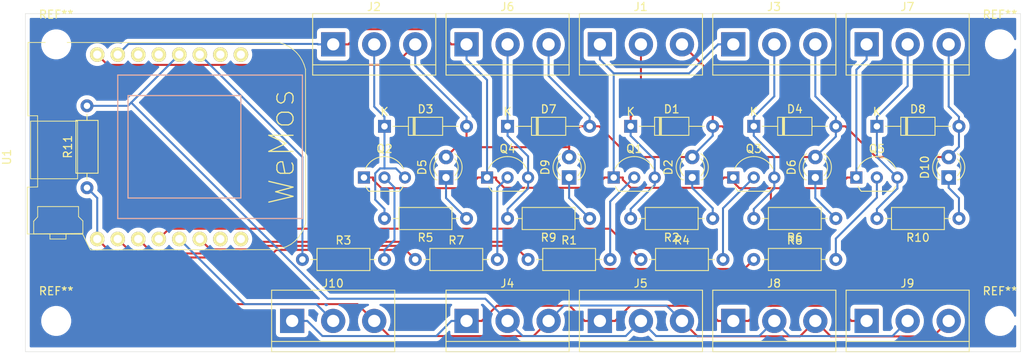
<source format=kicad_pcb>
(kicad_pcb (version 20171130) (host pcbnew "(5.1.2)-2")
  (title_block (title esp8266v1))
  (layers (0 F.Cu signal) (31 B.Cu signal hide) (34 B.Paste user hide) (35 F.Paste user hide) (36 B.SilkS user hide) (37 F.SilkS user) (38 B.Mask user hide) (39 F.Mask user hide) (44 Edge.Cuts user hide))
  (net 0 "")
  (net 1 +5V)
  (net 2 "Net-(D1-Pad1)")
  (net 3 "Net-(D2-Pad1)")
  (net 4 "Net-(D3-Pad1)")
  (net 5 "Net-(D4-Pad1)")
  (net 6 "Net-(D5-Pad1)")
  (net 7 "Net-(D6-Pad1)")
  (net 8 "Net-(D7-Pad1)")
  (net 9 "Net-(D8-Pad1)")
  (net 10 "Net-(D9-Pad1)")
  (net 11 "Net-(D10-Pad1)")
  (net 12 GND)
  (net 13 +3V3)
  (net 14 /inD2ds18b20)
  (net 15 "Net-(Q1-Pad2)")
  (net 16 "Net-(Q2-Pad2)")
  (net 17 "Net-(Q3-Pad2)")
  (net 18 "Net-(Q4-Pad2)")
  (net 19 "Net-(Q5-Pad2)")
  (net 20 /outD8timr1)
  (net 21 /outD1temp1)
  (net 22 /outD7timr2)
  (net 23 /outD0temp2)
  (net 24 /outD6timr3)
  (net 25 "Net-(U1-Pad9)")
  (net 26 "Net-(U1-Pad10)")
  (net 27 /inD5dht)
  (net 28 "Net-(U1-Pad3)")
  (net 29 "Net-(U1-Pad4)")
  (net 30 "Net-(U1-Pad7)")
  (net 31 "Net-(U1-Pad8)")
  (module Wemos_D1_Mini:D1_mini_board (layer F.Cu) (at 111.76 53.34 270)
    (fp_text reference U1 (at 1.27 18.81 90) (layer F.SilkS))
    (fp_text value WeMos_mini)
    (fp_text user WeMos (at 0 -15.24 90) (layer F.SilkS) (effects (font (size 3 3))))
    (pad 9 thru_hole circle (at 11.43 -10.16 270) (size 1.8 1.8) (drill 1.016) (layers *.Cu *.Mask F.SilkS) (net 25 "Net-(U1-Pad9)"))
    (pad 10 thru_hole circle (at 11.43 -7.62 270) (size 1.8 1.8) (drill 1.016) (layers *.Cu *.Mask F.SilkS) (net 26 "Net-(U1-Pad10)"))
    (pad 11 thru_hole circle (at 11.43 -5.08 270) (size 1.8 1.8) (drill 1.016) (layers *.Cu *.Mask F.SilkS) (net 23 /outD0temp2))
    (pad 12 thru_hole circle (at 11.43 -2.54 270) (size 1.8 1.8) (drill 1.016) (layers *.Cu *.Mask F.SilkS) (net 27 /inD5dht))
    (pad 13 thru_hole circle (at 11.43 0 270) (size 1.8 1.8) (drill 1.016) (layers *.Cu *.Mask F.SilkS) (net 24 /outD6timr3))
    (pad 14 thru_hole circle (at 11.43 2.54 270) (size 1.8 1.8) (drill 1.016) (layers *.Cu *.Mask F.SilkS) (net 22 /outD7timr2))
    (pad 15 thru_hole circle (at 11.43 5.08 270) (size 1.8 1.8) (drill 1.016) (layers *.Cu *.Mask F.SilkS) (net 20 /outD8timr1))
    (pad 16 thru_hole circle (at 11.43 7.62 270) (size 1.8 1.8) (drill 1.016) (layers *.Cu *.Mask F.SilkS) (net 13 +3V3))
    (pad 1 thru_hole circle (at -11.43 7.62 270) (size 1.8 1.8) (drill 1.016) (layers *.Cu *.Mask F.SilkS) (net 1 +5V))
    (pad 2 thru_hole circle (at -11.43 5.08 270) (size 1.8 1.8) (drill 1.016) (layers *.Cu *.Mask F.SilkS) (net 12 GND))
    (pad 3 thru_hole circle (at -11.43 2.54 270) (size 1.8 1.8) (drill 1.016) (layers *.Cu *.Mask F.SilkS) (net 28 "Net-(U1-Pad3)"))
    (pad 4 thru_hole circle (at -11.43 0 270) (size 1.8 1.8) (drill 1.016) (layers *.Cu *.Mask F.SilkS) (net 29 "Net-(U1-Pad4)"))
    (pad 5 thru_hole circle (at -11.43 -2.54 270) (size 1.8 1.8) (drill 1.016) (layers *.Cu *.Mask F.SilkS) (net 14 /inD2ds18b20))
    (pad 6 thru_hole circle (at -11.43 -5.08 270) (size 1.8 1.8) (drill 1.016) (layers *.Cu *.Mask F.SilkS) (net 21 /outD1temp1))
    (pad 7 thru_hole circle (at -11.43 -7.62 270) (size 1.8 1.8) (drill 1.016) (layers *.Cu *.Mask F.SilkS) (net 30 "Net-(U1-Pad7)"))
    (pad 8 thru_hole circle (at -11.43 -10.16 270) (size 1.8 1.8) (drill 1.016) (layers *.Cu *.Mask F.SilkS) (net 31 "Net-(U1-Pad8)"))
  )
  (module MountingHole:MountingHole_2.7mm (layer F.Cu) (at 99.06 74.93)
    (fp_text reference REF** (at 0 -3.7) (layer F.SilkS))
    (fp_text value MountingHole_2.7mm)
    (pad 1 np_thru_hole circle (at 0 0) (size 2.7 2.7) (drill 2.7) (layers *.Cu *.Mask))
  )
  (module MountingHole:MountingHole_2.7mm (layer F.Cu) (at 215.9 74.93)
    (fp_text reference REF** (at 0 -3.7) (layer F.SilkS))
    (fp_text value MountingHole_2.7mm)
    (pad 1 np_thru_hole circle (at 0 0) (size 2.7 2.7) (drill 2.7) (layers *.Cu *.Mask))
  )
  (module MountingHole:MountingHole_2.7mm (layer F.Cu) (at 215.9 40.64)
    (fp_text reference REF** (at 0 -3.7) (layer F.SilkS))
    (fp_text value MountingHole_2.7mm)
    (pad 1 np_thru_hole circle (at 0 0) (size 2.7 2.7) (drill 2.7) (layers *.Cu *.Mask))
  )
  (module MountingHole:MountingHole_2.7mm (layer F.Cu) (at 99.06 40.64)
    (fp_text reference REF** (at 0 -3.7) (layer F.SilkS))
    (fp_text value MountingHole_2.7mm)
    (pad 1 np_thru_hole circle (at 0 0) (size 2.7 2.7) (drill 2.7) (layers *.Cu *.Mask))
  )
  (module Package_TO_SOT_THT:TO-92L_Inline_Wide (layer F.Cu) (at 198.12 57.15)
    (fp_text reference Q5 (at 2.54 -3.56) (layer F.SilkS))
    (fp_text value 2N2219)
    (pad 1 thru_hole rect (at 0 0 90) (size 1.5 1.5) (drill 0.8) (layers *.Cu *.Mask) (net 12 GND))
    (pad 3 thru_hole circle (at 5.08 0 90) (size 1.5 1.5) (drill 0.8) (layers *.Cu *.Mask) (net 9 "Net-(D8-Pad1)"))
    (pad 2 thru_hole circle (at 2.54 0 90) (size 1.5 1.5) (drill 0.8) (layers *.Cu *.Mask) (net 19 "Net-(Q5-Pad2)"))
  )
  (module Package_TO_SOT_THT:TO-92L_Inline_Wide (layer F.Cu) (at 152.4 57.15)
    (fp_text reference Q4 (at 2.54 -3.56) (layer F.SilkS))
    (fp_text value 2N2219)
    (pad 1 thru_hole rect (at 0 0 90) (size 1.5 1.5) (drill 0.8) (layers *.Cu *.Mask) (net 12 GND))
    (pad 3 thru_hole circle (at 5.08 0 90) (size 1.5 1.5) (drill 0.8) (layers *.Cu *.Mask) (net 8 "Net-(D7-Pad1)"))
    (pad 2 thru_hole circle (at 2.54 0 90) (size 1.5 1.5) (drill 0.8) (layers *.Cu *.Mask) (net 18 "Net-(Q4-Pad2)"))
  )
  (module Package_TO_SOT_THT:TO-92L_Inline_Wide (layer F.Cu) (at 182.88 57.15)
    (fp_text reference Q3 (at 2.54 -3.56) (layer F.SilkS))
    (fp_text value 2N2219)
    (pad 1 thru_hole rect (at 0 0 90) (size 1.5 1.5) (drill 0.8) (layers *.Cu *.Mask) (net 12 GND))
    (pad 3 thru_hole circle (at 5.08 0 90) (size 1.5 1.5) (drill 0.8) (layers *.Cu *.Mask) (net 5 "Net-(D4-Pad1)"))
    (pad 2 thru_hole circle (at 2.54 0 90) (size 1.5 1.5) (drill 0.8) (layers *.Cu *.Mask) (net 17 "Net-(Q3-Pad2)"))
  )
  (module Package_TO_SOT_THT:TO-92L_Inline_Wide (layer F.Cu) (at 137.16 57.15)
    (fp_text reference Q2 (at 2.54 -3.56) (layer F.SilkS))
    (fp_text value 2N2219)
    (pad 1 thru_hole rect (at 0 0 90) (size 1.5 1.5) (drill 0.8) (layers *.Cu *.Mask) (net 12 GND))
    (pad 3 thru_hole circle (at 5.08 0 90) (size 1.5 1.5) (drill 0.8) (layers *.Cu *.Mask) (net 4 "Net-(D3-Pad1)"))
    (pad 2 thru_hole circle (at 2.54 0 90) (size 1.5 1.5) (drill 0.8) (layers *.Cu *.Mask) (net 16 "Net-(Q2-Pad2)"))
  )
  (module Package_TO_SOT_THT:TO-92L_Inline_Wide (layer F.Cu) (at 168.08 57.15)
    (fp_text reference Q1 (at 2.54 -3.56) (layer F.SilkS))
    (fp_text value 2N2219)
    (pad 1 thru_hole rect (at 0 0 90) (size 1.5 1.5) (drill 0.8) (layers *.Cu *.Mask) (net 12 GND))
    (pad 3 thru_hole circle (at 5.08 0 90) (size 1.5 1.5) (drill 0.8) (layers *.Cu *.Mask) (net 2 "Net-(D1-Pad1)"))
    (pad 2 thru_hole circle (at 2.54 0 90) (size 1.5 1.5) (drill 0.8) (layers *.Cu *.Mask) (net 15 "Net-(Q1-Pad2)"))
  )
  (module TerminalBlock:TerminalBlock_bornier-3_P5.08mm (layer F.Cu) (at 128.27 74.93)
    (fp_text reference J10 (at 5.05 -4.65) (layer F.SilkS))
    (fp_text value Inp0)
    (pad 3 thru_hole circle (at 10.16 0) (size 3 3) (drill 1.52) (layers *.Cu *.Mask) (net 13 +3V3))
    (pad 2 thru_hole circle (at 5.08 0) (size 3 3) (drill 1.52) (layers *.Cu *.Mask) (net 27 /inD5dht))
    (pad 1 thru_hole rect (at 0 0) (size 3 3) (drill 1.52) (layers *.Cu *.Mask) (net 12 GND))
  )
  (module Resistor_THT:R_Axial_DIN0207_L6.3mm_D2.5mm_P10.16mm_Horizontal (layer F.Cu) (at 102.87 58.42 90)
    (fp_text reference R11 (at 5.08 -2.37 90) (layer F.SilkS))
    (fp_text value 47k)
    (pad 2 thru_hole oval (at 10.16 0 90) (size 1.6 1.6) (drill 0.8) (layers *.Cu *.Mask) (net 14 /inD2ds18b20))
    (pad 1 thru_hole circle (at 0 0 90) (size 1.6 1.6) (drill 0.8) (layers *.Cu *.Mask) (net 13 +3V3))
  )
  (module Resistor_THT:R_Axial_DIN0207_L6.3mm_D2.5mm_P10.16mm_Horizontal (layer F.Cu) (at 210.82 62.23 180)
    (fp_text reference R10 (at 5.08 -2.37) (layer F.SilkS))
    (fp_text value 150)
    (pad 2 thru_hole oval (at 10.16 0 180) (size 1.6 1.6) (drill 0.8) (layers *.Cu *.Mask) (net 9 "Net-(D8-Pad1)"))
    (pad 1 thru_hole circle (at 0 0 180) (size 1.6 1.6) (drill 0.8) (layers *.Cu *.Mask) (net 11 "Net-(D10-Pad1)"))
  )
  (module Resistor_THT:R_Axial_DIN0207_L6.3mm_D2.5mm_P10.16mm_Horizontal (layer F.Cu) (at 165.1 62.23 180)
    (fp_text reference R9 (at 5.08 -2.37) (layer F.SilkS))
    (fp_text value 150)
    (pad 2 thru_hole oval (at 10.16 0 180) (size 1.6 1.6) (drill 0.8) (layers *.Cu *.Mask) (net 8 "Net-(D7-Pad1)"))
    (pad 1 thru_hole circle (at 0 0 180) (size 1.6 1.6) (drill 0.8) (layers *.Cu *.Mask) (net 10 "Net-(D9-Pad1)"))
  )
  (module Resistor_THT:R_Axial_DIN0207_L6.3mm_D2.5mm_P10.16mm_Horizontal (layer F.Cu) (at 185.42 67.31)
    (fp_text reference R8 (at 5.08 -2.37) (layer F.SilkS))
    (fp_text value 1k)
    (pad 2 thru_hole oval (at 10.16 0) (size 1.6 1.6) (drill 0.8) (layers *.Cu *.Mask) (net 19 "Net-(Q5-Pad2)"))
    (pad 1 thru_hole circle (at 0 0) (size 1.6 1.6) (drill 0.8) (layers *.Cu *.Mask) (net 23 /outD0temp2))
  )
  (module Resistor_THT:R_Axial_DIN0207_L6.3mm_D2.5mm_P10.16mm_Horizontal (layer F.Cu) (at 143.51 67.31)
    (fp_text reference R7 (at 5.08 -2.37) (layer F.SilkS))
    (fp_text value 1k)
    (pad 2 thru_hole oval (at 10.16 0) (size 1.6 1.6) (drill 0.8) (layers *.Cu *.Mask) (net 18 "Net-(Q4-Pad2)"))
    (pad 1 thru_hole circle (at 0 0) (size 1.6 1.6) (drill 0.8) (layers *.Cu *.Mask) (net 20 /outD8timr1))
  )
  (module Resistor_THT:R_Axial_DIN0207_L6.3mm_D2.5mm_P10.16mm_Horizontal (layer F.Cu) (at 195.58 62.23 180)
    (fp_text reference R6 (at 5.08 -2.37) (layer F.SilkS))
    (fp_text value 150)
    (pad 2 thru_hole oval (at 10.16 0 180) (size 1.6 1.6) (drill 0.8) (layers *.Cu *.Mask) (net 5 "Net-(D4-Pad1)"))
    (pad 1 thru_hole circle (at 0 0 180) (size 1.6 1.6) (drill 0.8) (layers *.Cu *.Mask) (net 7 "Net-(D6-Pad1)"))
  )
  (module Resistor_THT:R_Axial_DIN0207_L6.3mm_D2.5mm_P10.16mm_Horizontal (layer F.Cu) (at 149.86 62.23 180)
    (fp_text reference R5 (at 5.08 -2.37) (layer F.SilkS))
    (fp_text value 150)
    (pad 2 thru_hole oval (at 10.16 0 180) (size 1.6 1.6) (drill 0.8) (layers *.Cu *.Mask) (net 4 "Net-(D3-Pad1)"))
    (pad 1 thru_hole circle (at 0 0 180) (size 1.6 1.6) (drill 0.8) (layers *.Cu *.Mask) (net 6 "Net-(D5-Pad1)"))
  )
  (module Resistor_THT:R_Axial_DIN0207_L6.3mm_D2.5mm_P10.16mm_Horizontal (layer F.Cu) (at 171.45 67.31)
    (fp_text reference R4 (at 5.08 -2.37) (layer F.SilkS))
    (fp_text value 1k)
    (pad 2 thru_hole oval (at 10.16 0) (size 1.6 1.6) (drill 0.8) (layers *.Cu *.Mask) (net 17 "Net-(Q3-Pad2)"))
    (pad 1 thru_hole circle (at 0 0) (size 1.6 1.6) (drill 0.8) (layers *.Cu *.Mask) (net 24 /outD6timr3))
  )
  (module Resistor_THT:R_Axial_DIN0207_L6.3mm_D2.5mm_P10.16mm_Horizontal (layer F.Cu) (at 129.54 67.31)
    (fp_text reference R3 (at 5.08 -2.37) (layer F.SilkS))
    (fp_text value 1k)
    (pad 2 thru_hole oval (at 10.16 0) (size 1.6 1.6) (drill 0.8) (layers *.Cu *.Mask) (net 16 "Net-(Q2-Pad2)"))
    (pad 1 thru_hole circle (at 0 0) (size 1.6 1.6) (drill 0.8) (layers *.Cu *.Mask) (net 21 /outD1temp1))
  )
  (module Resistor_THT:R_Axial_DIN0207_L6.3mm_D2.5mm_P10.16mm_Horizontal (layer F.Cu) (at 180.34 62.23 180)
    (fp_text reference R2 (at 5.08 -2.37) (layer F.SilkS))
    (fp_text value 150)
    (pad 2 thru_hole oval (at 10.16 0 180) (size 1.6 1.6) (drill 0.8) (layers *.Cu *.Mask) (net 2 "Net-(D1-Pad1)"))
    (pad 1 thru_hole circle (at 0 0 180) (size 1.6 1.6) (drill 0.8) (layers *.Cu *.Mask) (net 3 "Net-(D2-Pad1)"))
  )
  (module Resistor_THT:R_Axial_DIN0207_L6.3mm_D2.5mm_P10.16mm_Horizontal (layer F.Cu) (at 157.48 67.31)
    (fp_text reference R1 (at 5.08 -2.37) (layer F.SilkS))
    (fp_text value 1k)
    (pad 2 thru_hole oval (at 10.16 0) (size 1.6 1.6) (drill 0.8) (layers *.Cu *.Mask) (net 15 "Net-(Q1-Pad2)"))
    (pad 1 thru_hole circle (at 0 0) (size 1.6 1.6) (drill 0.8) (layers *.Cu *.Mask) (net 22 /outD7timr2))
  )
  (module TerminalBlock:TerminalBlock_bornier-3_P5.08mm (layer F.Cu) (at 199.39 74.93)
    (fp_text reference J9 (at 5.05 -4.65) (layer F.SilkS))
    (fp_text value Inp4)
    (pad 3 thru_hole circle (at 10.16 0) (size 3 3) (drill 1.52) (layers *.Cu *.Mask) (net 13 +3V3))
    (pad 2 thru_hole circle (at 5.08 0) (size 3 3) (drill 1.52) (layers *.Cu *.Mask) (net 14 /inD2ds18b20))
    (pad 1 thru_hole rect (at 0 0) (size 3 3) (drill 1.52) (layers *.Cu *.Mask) (net 12 GND))
  )
  (module TerminalBlock:TerminalBlock_bornier-3_P5.08mm (layer F.Cu) (at 182.88 74.93)
    (fp_text reference J8 (at 5.05 -4.65) (layer F.SilkS))
    (fp_text value Inp3)
    (pad 3 thru_hole circle (at 10.16 0) (size 3 3) (drill 1.52) (layers *.Cu *.Mask) (net 13 +3V3))
    (pad 2 thru_hole circle (at 5.08 0) (size 3 3) (drill 1.52) (layers *.Cu *.Mask) (net 14 /inD2ds18b20))
    (pad 1 thru_hole rect (at 0 0) (size 3 3) (drill 1.52) (layers *.Cu *.Mask) (net 12 GND))
  )
  (module TerminalBlock:TerminalBlock_bornier-3_P5.08mm (layer F.Cu) (at 199.39 40.64)
    (fp_text reference J7 (at 5.05 -4.65) (layer F.SilkS))
    (fp_text value Out5)
    (pad 3 thru_hole circle (at 10.16 0) (size 3 3) (drill 1.52) (layers *.Cu *.Mask) (net 1 +5V))
    (pad 2 thru_hole circle (at 5.08 0) (size 3 3) (drill 1.52) (layers *.Cu *.Mask) (net 9 "Net-(D8-Pad1)"))
    (pad 1 thru_hole rect (at 0 0) (size 3 3) (drill 1.52) (layers *.Cu *.Mask) (net 12 GND))
  )
  (module TerminalBlock:TerminalBlock_bornier-3_P5.08mm (layer F.Cu) (at 149.86 40.64)
    (fp_text reference J6 (at 5.05 -4.65) (layer F.SilkS))
    (fp_text value Out2)
    (pad 3 thru_hole circle (at 10.16 0) (size 3 3) (drill 1.52) (layers *.Cu *.Mask) (net 1 +5V))
    (pad 2 thru_hole circle (at 5.08 0) (size 3 3) (drill 1.52) (layers *.Cu *.Mask) (net 8 "Net-(D7-Pad1)"))
    (pad 1 thru_hole rect (at 0 0) (size 3 3) (drill 1.52) (layers *.Cu *.Mask) (net 12 GND))
  )
  (module TerminalBlock:TerminalBlock_bornier-3_P5.08mm (layer F.Cu) (at 166.37 74.93)
    (fp_text reference J5 (at 5.05 -4.65) (layer F.SilkS))
    (fp_text value Inp2)
    (pad 3 thru_hole circle (at 10.16 0) (size 3 3) (drill 1.52) (layers *.Cu *.Mask) (net 13 +3V3))
    (pad 2 thru_hole circle (at 5.08 0) (size 3 3) (drill 1.52) (layers *.Cu *.Mask) (net 14 /inD2ds18b20))
    (pad 1 thru_hole rect (at 0 0) (size 3 3) (drill 1.52) (layers *.Cu *.Mask) (net 12 GND))
  )
  (module TerminalBlock:TerminalBlock_bornier-3_P5.08mm (layer F.Cu) (at 149.86 74.93)
    (fp_text reference J4 (at 5.05 -4.65) (layer F.SilkS))
    (fp_text value Inp1)
    (pad 3 thru_hole circle (at 10.16 0) (size 3 3) (drill 1.52) (layers *.Cu *.Mask) (net 13 +3V3))
    (pad 2 thru_hole circle (at 5.08 0) (size 3 3) (drill 1.52) (layers *.Cu *.Mask) (net 14 /inD2ds18b20))
    (pad 1 thru_hole rect (at 0 0) (size 3 3) (drill 1.52) (layers *.Cu *.Mask) (net 12 GND))
  )
  (module TerminalBlock:TerminalBlock_bornier-3_P5.08mm (layer F.Cu) (at 182.88 40.64)
    (fp_text reference J3 (at 5.05 -4.65) (layer F.SilkS))
    (fp_text value Out4)
    (pad 3 thru_hole circle (at 10.16 0) (size 3 3) (drill 1.52) (layers *.Cu *.Mask) (net 1 +5V))
    (pad 2 thru_hole circle (at 5.08 0) (size 3 3) (drill 1.52) (layers *.Cu *.Mask) (net 5 "Net-(D4-Pad1)"))
    (pad 1 thru_hole rect (at 0 0) (size 3 3) (drill 1.52) (layers *.Cu *.Mask) (net 12 GND))
  )
  (module TerminalBlock:TerminalBlock_bornier-3_P5.08mm (layer F.Cu) (at 133.35 40.64)
    (fp_text reference J2 (at 5.05 -4.65) (layer F.SilkS))
    (fp_text value Out1)
    (pad 3 thru_hole circle (at 10.16 0) (size 3 3) (drill 1.52) (layers *.Cu *.Mask) (net 1 +5V))
    (pad 2 thru_hole circle (at 5.08 0) (size 3 3) (drill 1.52) (layers *.Cu *.Mask) (net 4 "Net-(D3-Pad1)"))
    (pad 1 thru_hole rect (at 0 0) (size 3 3) (drill 1.52) (layers *.Cu *.Mask) (net 12 GND))
  )
  (module TerminalBlock:TerminalBlock_bornier-3_P5.08mm (layer F.Cu) (at 166.37 40.64)
    (fp_text reference J1 (at 5.05 -4.65) (layer F.SilkS))
    (fp_text value Out3)
    (pad 3 thru_hole circle (at 10.16 0) (size 3 3) (drill 1.52) (layers *.Cu *.Mask) (net 1 +5V))
    (pad 2 thru_hole circle (at 5.08 0) (size 3 3) (drill 1.52) (layers *.Cu *.Mask) (net 2 "Net-(D1-Pad1)"))
    (pad 1 thru_hole rect (at 0 0) (size 3 3) (drill 1.52) (layers *.Cu *.Mask) (net 12 GND))
  )
  (module LED_THT:LED_D3.0mm_Clear (layer F.Cu) (at 209.55 57.15 90)
    (fp_text reference D10 (at 1.27 -2.96 90) (layer F.SilkS))
    (fp_text value LED)
    (pad 2 thru_hole circle (at 2.54 0 90) (size 1.8 1.8) (drill 0.9) (layers *.Cu *.Mask) (net 1 +5V))
    (pad 1 thru_hole rect (at 0 0 90) (size 1.8 1.8) (drill 0.9) (layers *.Cu *.Mask) (net 11 "Net-(D10-Pad1)"))
  )
  (module LED_THT:LED_D3.0mm_Clear (layer F.Cu) (at 162.56 57.15 90)
    (fp_text reference D9 (at 1.27 -2.96 90) (layer F.SilkS))
    (fp_text value LED)
    (pad 2 thru_hole circle (at 2.54 0 90) (size 1.8 1.8) (drill 0.9) (layers *.Cu *.Mask) (net 1 +5V))
    (pad 1 thru_hole rect (at 0 0 90) (size 1.8 1.8) (drill 0.9) (layers *.Cu *.Mask) (net 10 "Net-(D9-Pad1)"))
  )
  (module Diode_THT:D_DO-35_SOD27_P10.16mm_Horizontal (layer F.Cu) (at 200.66 50.8)
    (fp_text reference D8 (at 5.08 -2.12) (layer F.SilkS))
    (fp_text value DIODE)
    (fp_text user K (at 0 -1.8) (layer F.SilkS))
    (pad 2 thru_hole oval (at 10.16 0) (size 1.6 1.6) (drill 0.8) (layers *.Cu *.Mask) (net 1 +5V))
    (pad 1 thru_hole rect (at 0 0) (size 1.6 1.6) (drill 0.8) (layers *.Cu *.Mask) (net 9 "Net-(D8-Pad1)"))
  )
  (module Diode_THT:D_DO-35_SOD27_P10.16mm_Horizontal (layer F.Cu) (at 154.94 50.8)
    (fp_text reference D7 (at 5.08 -2.12) (layer F.SilkS))
    (fp_text value DIODE)
    (fp_text user K (at 0 -1.8) (layer F.SilkS))
    (pad 2 thru_hole oval (at 10.16 0) (size 1.6 1.6) (drill 0.8) (layers *.Cu *.Mask) (net 1 +5V))
    (pad 1 thru_hole rect (at 0 0) (size 1.6 1.6) (drill 0.8) (layers *.Cu *.Mask) (net 8 "Net-(D7-Pad1)"))
  )
  (module LED_THT:LED_D3.0mm_Clear (layer F.Cu) (at 193.04 57.15 90)
    (fp_text reference D6 (at 1.27 -2.96 90) (layer F.SilkS))
    (fp_text value LED)
    (pad 2 thru_hole circle (at 2.54 0 90) (size 1.8 1.8) (drill 0.9) (layers *.Cu *.Mask) (net 1 +5V))
    (pad 1 thru_hole rect (at 0 0 90) (size 1.8 1.8) (drill 0.9) (layers *.Cu *.Mask) (net 7 "Net-(D6-Pad1)"))
  )
  (module LED_THT:LED_D3.0mm_Clear (layer F.Cu) (at 147.32 57.15 90)
    (fp_text reference D5 (at 1.27 -2.96 90) (layer F.SilkS))
    (fp_text value LED)
    (pad 2 thru_hole circle (at 2.54 0 90) (size 1.8 1.8) (drill 0.9) (layers *.Cu *.Mask) (net 1 +5V))
    (pad 1 thru_hole rect (at 0 0 90) (size 1.8 1.8) (drill 0.9) (layers *.Cu *.Mask) (net 6 "Net-(D5-Pad1)"))
  )
  (module Diode_THT:D_DO-35_SOD27_P10.16mm_Horizontal (layer F.Cu) (at 185.42 50.8)
    (fp_text reference D4 (at 5.08 -2.12) (layer F.SilkS))
    (fp_text value DIODE)
    (fp_text user K (at 0 -1.8) (layer F.SilkS))
    (pad 2 thru_hole oval (at 10.16 0) (size 1.6 1.6) (drill 0.8) (layers *.Cu *.Mask) (net 1 +5V))
    (pad 1 thru_hole rect (at 0 0) (size 1.6 1.6) (drill 0.8) (layers *.Cu *.Mask) (net 5 "Net-(D4-Pad1)"))
  )
  (module Diode_THT:D_DO-35_SOD27_P10.16mm_Horizontal (layer F.Cu) (at 139.7 50.8)
    (fp_text reference D3 (at 5.08 -2.12) (layer F.SilkS))
    (fp_text value DIODE)
    (fp_text user K (at 0 -1.8) (layer F.SilkS))
    (pad 2 thru_hole oval (at 10.16 0) (size 1.6 1.6) (drill 0.8) (layers *.Cu *.Mask) (net 1 +5V))
    (pad 1 thru_hole rect (at 0 0) (size 1.6 1.6) (drill 0.8) (layers *.Cu *.Mask) (net 4 "Net-(D3-Pad1)"))
  )
  (module LED_THT:LED_D3.0mm_Clear (layer F.Cu) (at 177.8 57.15 90)
    (fp_text reference D2 (at 1.27 -2.96 90) (layer F.SilkS))
    (fp_text value LED)
    (pad 2 thru_hole circle (at 2.54 0 90) (size 1.8 1.8) (drill 0.9) (layers *.Cu *.Mask) (net 1 +5V))
    (pad 1 thru_hole rect (at 0 0 90) (size 1.8 1.8) (drill 0.9) (layers *.Cu *.Mask) (net 3 "Net-(D2-Pad1)"))
  )
  (module Diode_THT:D_DO-35_SOD27_P10.16mm_Horizontal (layer F.Cu) (at 170.18 50.8)
    (fp_text reference D1 (at 5.08 -2.12) (layer F.SilkS))
    (fp_text value DIODE)
    (fp_text user K (at 0 -1.8) (layer F.SilkS))
    (pad 2 thru_hole oval (at 10.16 0) (size 1.6 1.6) (drill 0.8) (layers *.Cu *.Mask) (net 1 +5V))
    (pad 1 thru_hole rect (at 0 0) (size 1.6 1.6) (drill 0.8) (layers *.Cu *.Mask) (net 2 "Net-(D1-Pad1)"))
  )
  (gr_line (start 95.25 78.74) (end 95.25 36.83) (layer Edge.Cuts) (width 0.05))
  (gr_line (start 218.44 78.74) (end 95.25 78.74) (layer Edge.Cuts) (width 0.05))
  (gr_line (start 218.44 36.83) (end 218.44 78.74) (layer Edge.Cuts) (width 0.05))
  (gr_line (start 95.25 36.83) (end 218.44 36.83) (layer Edge.Cuts) (width 0.05))
  (segment (start 176.53 40.64) (end 180.34 44.45) (width 0.25) (layer F.Cu) (net 1))
  (segment (start 180.34 44.45) (end 180.34 50.8) (width 0.25) (layer F.Cu) (net 1))
  (segment (start 180.34 50.8) (end 181.5153 50.8) (width 0.25) (layer F.Cu) (net 1))
  (segment (start 181.5153 50.8) (end 185.3253 54.61) (width 0.25) (layer F.Cu) (net 1))
  (segment (start 185.3253 54.61) (end 193.04 54.61) (width 0.25) (layer F.Cu) (net 1))
  (segment (start 143.51 40.64) (end 140.9625 43.1875) (width 0.25) (layer F.Cu) (net 1))
  (segment (start 140.9625 43.1875) (end 105.4175 43.1875) (width 0.25) (layer F.Cu) (net 1))
  (segment (start 105.4175 43.1875) (end 104.14 41.91) (width 0.25) (layer F.Cu) (net 1))
  (segment (start 149.86 53.3873) (end 148.5427 53.3873) (width 0.25) (layer F.Cu) (net 1))
  (segment (start 148.5427 53.3873) (end 147.32 54.61) (width 0.25) (layer F.Cu) (net 1))
  (segment (start 162.56 53.3873) (end 149.86 53.3873) (width 0.25) (layer F.Cu) (net 1))
  (segment (start 149.86 51.9753) (end 149.86 53.3873) (width 0.25) (layer F.Cu) (net 1))
  (segment (start 149.86 50.8) (end 149.86 51.9753) (width 0.25) (layer F.Cu) (net 1))
  (segment (start 162.56 53.3873) (end 162.56 52.1647) (width 0.25) (layer F.Cu) (net 1))
  (segment (start 162.56 52.1647) (end 163.9247 50.8) (width 0.25) (layer F.Cu) (net 1))
  (segment (start 162.56 54.61) (end 162.56 53.3873) (width 0.25) (layer F.Cu) (net 1))
  (segment (start 195.58 50.8) (end 196.7553 50.8) (width 0.25) (layer F.Cu) (net 1))
  (segment (start 196.7553 50.8) (end 200.5653 54.61) (width 0.25) (layer F.Cu) (net 1))
  (segment (start 200.5653 54.61) (end 209.55 54.61) (width 0.25) (layer F.Cu) (net 1))
  (segment (start 193.04 54.61) (end 195.58 52.07) (width 0.25) (layer B.Cu) (net 1))
  (segment (start 195.58 52.07) (end 195.58 50.8) (width 0.25) (layer B.Cu) (net 1))
  (segment (start 180.34 50.8) (end 180.34 51.9753) (width 0.25) (layer B.Cu) (net 1))
  (segment (start 180.34 51.9753) (end 177.8 54.5153) (width 0.25) (layer B.Cu) (net 1))
  (segment (start 177.8 54.5153) (end 177.8 54.61) (width 0.25) (layer B.Cu) (net 1))
  (segment (start 165.1 50.8) (end 163.9247 50.8) (width 0.25) (layer F.Cu) (net 1))
  (segment (start 165.1 50.8) (end 166.2753 50.8) (width 0.25) (layer F.Cu) (net 1))
  (segment (start 177.8 54.61) (end 170.0853 54.61) (width 0.25) (layer F.Cu) (net 1))
  (segment (start 170.0853 54.61) (end 166.2753 50.8) (width 0.25) (layer F.Cu) (net 1))
  (segment (start 149.86 49.6247) (end 143.51 43.2747) (width 0.25) (layer B.Cu) (net 1))
  (segment (start 143.51 43.2747) (end 143.51 40.64) (width 0.25) (layer B.Cu) (net 1))
  (segment (start 210.82 50.8) (end 210.82 49.6247) (width 0.25) (layer B.Cu) (net 1))
  (segment (start 210.82 49.6247) (end 209.55 48.3547) (width 0.25) (layer B.Cu) (net 1))
  (segment (start 209.55 48.3547) (end 209.55 40.64) (width 0.25) (layer B.Cu) (net 1))
  (segment (start 210.82 50.8) (end 210.82 53.34) (width 0.25) (layer B.Cu) (net 1))
  (segment (start 210.82 53.34) (end 209.55 54.61) (width 0.25) (layer B.Cu) (net 1))
  (segment (start 195.58 50.8) (end 195.58 49.6247) (width 0.25) (layer B.Cu) (net 1))
  (segment (start 195.58 49.6247) (end 193.04 47.0847) (width 0.25) (layer B.Cu) (net 1))
  (segment (start 193.04 47.0847) (end 193.04 40.64) (width 0.25) (layer B.Cu) (net 1))
  (segment (start 165.1 50.8) (end 165.1 49.6247) (width 0.25) (layer B.Cu) (net 1))
  (segment (start 165.1 49.6247) (end 160.02 44.5447) (width 0.25) (layer B.Cu) (net 1))
  (segment (start 160.02 44.5447) (end 160.02 40.64) (width 0.25) (layer B.Cu) (net 1))
  (segment (start 149.86 50.8) (end 149.86 49.6247) (width 0.25) (layer B.Cu) (net 1))
  (segment (start 170.18 50.8) (end 170.18 49.6247) (width 0.25) (layer F.Cu) (net 2))
  (segment (start 170.18 49.6247) (end 171.45 48.3547) (width 0.25) (layer F.Cu) (net 2))
  (segment (start 171.45 48.3547) (end 171.45 40.64) (width 0.25) (layer F.Cu) (net 2))
  (segment (start 170.18 62.23) (end 170.18 61.0547) (width 0.25) (layer B.Cu) (net 2))
  (segment (start 170.18 61.0547) (end 173.16 58.0747) (width 0.25) (layer B.Cu) (net 2))
  (segment (start 173.16 58.0747) (end 173.16 57.15) (width 0.25) (layer B.Cu) (net 2))
  (segment (start 170.18 50.8) (end 170.18 51.9753) (width 0.25) (layer B.Cu) (net 2))
  (segment (start 170.18 51.9753) (end 173.16 54.9553) (width 0.25) (layer B.Cu) (net 2))
  (segment (start 173.16 54.9553) (end 173.16 57.15) (width 0.25) (layer B.Cu) (net 2))
  (segment (start 177.8 57.15) (end 177.8 58.4253) (width 0.25) (layer B.Cu) (net 3))
  (segment (start 177.8 58.4253) (end 180.34 60.9653) (width 0.25) (layer B.Cu) (net 3))
  (segment (start 180.34 60.9653) (end 180.34 62.23) (width 0.25) (layer B.Cu) (net 3))
  (segment (start 139.7 50.8) (end 139.7 49.6247) (width 0.25) (layer B.Cu) (net 4))
  (segment (start 138.43 40.64) (end 138.43 48.3547) (width 0.25) (layer B.Cu) (net 4))
  (segment (start 138.43 48.3547) (end 139.7 49.6247) (width 0.25) (layer B.Cu) (net 4))
  (segment (start 139.7 62.23) (end 139.7 61.0547) (width 0.25) (layer B.Cu) (net 4))
  (segment (start 139.7 56.0246) (end 141.1146 56.0246) (width 0.25) (layer B.Cu) (net 4))
  (segment (start 141.1146 56.0246) (end 142.24 57.15) (width 0.25) (layer B.Cu) (net 4))
  (segment (start 139.7 61.0547) (end 138.5557 59.9104) (width 0.25) (layer B.Cu) (net 4))
  (segment (start 138.5557 59.9104) (end 138.5557 56.6193) (width 0.25) (layer B.Cu) (net 4))
  (segment (start 138.5557 56.6193) (end 139.1504 56.0246) (width 0.25) (layer B.Cu) (net 4))
  (segment (start 139.1504 56.0246) (end 139.7 56.0246) (width 0.25) (layer B.Cu) (net 4))
  (segment (start 139.7 51.9753) (end 139.7 56.0246) (width 0.25) (layer B.Cu) (net 4))
  (segment (start 139.7 50.8) (end 139.7 51.9753) (width 0.25) (layer B.Cu) (net 4))
  (segment (start 185.42 50.8) (end 185.42 49.6247) (width 0.25) (layer B.Cu) (net 5))
  (segment (start 187.96 40.64) (end 187.96 47.0847) (width 0.25) (layer B.Cu) (net 5))
  (segment (start 187.96 47.0847) (end 185.42 49.6247) (width 0.25) (layer B.Cu) (net 5))
  (segment (start 185.42 62.23) (end 185.42 61.0547) (width 0.25) (layer B.Cu) (net 5))
  (segment (start 185.42 61.0547) (end 187.96 58.5147) (width 0.25) (layer B.Cu) (net 5))
  (segment (start 187.96 58.5147) (end 187.96 57.15) (width 0.25) (layer B.Cu) (net 5))
  (segment (start 185.42 50.8) (end 185.42 51.9753) (width 0.25) (layer B.Cu) (net 5))
  (segment (start 185.42 51.9753) (end 187.96 54.5153) (width 0.25) (layer B.Cu) (net 5))
  (segment (start 187.96 54.5153) (end 187.96 57.15) (width 0.25) (layer B.Cu) (net 5))
  (segment (start 147.32 57.15) (end 147.32 59.69) (width 0.25) (layer B.Cu) (net 6))
  (segment (start 147.32 59.69) (end 149.86 62.23) (width 0.25) (layer B.Cu) (net 6))
  (segment (start 193.04 57.15) (end 193.04 59.69) (width 0.25) (layer B.Cu) (net 7))
  (segment (start 193.04 59.69) (end 195.58 62.23) (width 0.25) (layer B.Cu) (net 7))
  (segment (start 154.94 40.64) (end 154.94 50.8) (width 0.25) (layer B.Cu) (net 8))
  (segment (start 154.94 62.23) (end 154.94 61.0547) (width 0.25) (layer B.Cu) (net 8))
  (segment (start 154.94 61.0547) (end 157.48 58.5147) (width 0.25) (layer B.Cu) (net 8))
  (segment (start 157.48 58.5147) (end 157.48 57.15) (width 0.25) (layer B.Cu) (net 8))
  (segment (start 154.94 50.8) (end 154.94 51.9753) (width 0.25) (layer B.Cu) (net 8))
  (segment (start 154.94 51.9753) (end 157.48 54.5153) (width 0.25) (layer B.Cu) (net 8))
  (segment (start 157.48 54.5153) (end 157.48 57.15) (width 0.25) (layer B.Cu) (net 8))
  (segment (start 200.66 50.8) (end 200.66 49.6247) (width 0.25) (layer B.Cu) (net 9))
  (segment (start 200.66 49.6247) (end 204.47 45.8147) (width 0.25) (layer B.Cu) (net 9))
  (segment (start 204.47 45.8147) (end 204.47 40.64) (width 0.25) (layer B.Cu) (net 9))
  (segment (start 203.2 57.15) (end 200.66 54.61) (width 0.25) (layer B.Cu) (net 9))
  (segment (start 200.66 54.61) (end 200.66 50.8) (width 0.25) (layer B.Cu) (net 9))
  (segment (start 200.66 62.23) (end 200.66 61.0547) (width 0.25) (layer B.Cu) (net 9))
  (segment (start 200.66 61.0547) (end 203.2 58.5147) (width 0.25) (layer B.Cu) (net 9))
  (segment (start 203.2 58.5147) (end 203.2 57.15) (width 0.25) (layer B.Cu) (net 9))
  (segment (start 162.56 57.15) (end 162.56 59.69) (width 0.25) (layer B.Cu) (net 10))
  (segment (start 162.56 59.69) (end 165.1 62.23) (width 0.25) (layer B.Cu) (net 10))
  (segment (start 209.55 57.15) (end 209.55 58.4253) (width 0.25) (layer B.Cu) (net 11))
  (segment (start 209.55 58.4253) (end 210.82 59.6953) (width 0.25) (layer B.Cu) (net 11))
  (segment (start 210.82 59.6953) (end 210.82 62.23) (width 0.25) (layer B.Cu) (net 11))
  (segment (start 199.39 40.64) (end 199.39 42.5153) (width 0.25) (layer B.Cu) (net 12))
  (segment (start 198.12 57.15) (end 198.12 43.7853) (width 0.25) (layer B.Cu) (net 12))
  (segment (start 198.12 43.7853) (end 199.39 42.5153) (width 0.25) (layer B.Cu) (net 12))
  (segment (start 187.5371 58.4739) (end 195.6708 58.4739) (width 0.25) (layer F.Cu) (net 12))
  (segment (start 195.6708 58.4739) (end 196.9947 57.15) (width 0.25) (layer F.Cu) (net 12))
  (segment (start 182.3174 57.15) (end 183.6413 58.4739) (width 0.25) (layer F.Cu) (net 12))
  (segment (start 183.6413 58.4739) (end 187.5371 58.4739) (width 0.25) (layer F.Cu) (net 12))
  (segment (start 187.5371 58.4739) (end 187.5371 73.0547) (width 0.25) (layer F.Cu) (net 12))
  (segment (start 187.5371 73.0547) (end 195.6394 73.0547) (width 0.25) (layer F.Cu) (net 12))
  (segment (start 195.6394 73.0547) (end 197.5147 74.93) (width 0.25) (layer F.Cu) (net 12))
  (segment (start 184.7553 74.93) (end 186.6306 73.0547) (width 0.25) (layer F.Cu) (net 12))
  (segment (start 186.6306 73.0547) (end 187.5371 73.0547) (width 0.25) (layer F.Cu) (net 12))
  (segment (start 199.39 74.93) (end 197.5147 74.93) (width 0.25) (layer F.Cu) (net 12))
  (segment (start 182.88 74.93) (end 184.7553 74.93) (width 0.25) (layer F.Cu) (net 12))
  (segment (start 181.9424 74.93) (end 182.88 74.93) (width 0.25) (layer F.Cu) (net 12))
  (segment (start 181.9424 74.93) (end 181.0047 74.93) (width 0.25) (layer F.Cu) (net 12))
  (segment (start 198.12 57.15) (end 196.9947 57.15) (width 0.25) (layer F.Cu) (net 12))
  (segment (start 182.3174 57.15) (end 181.7547 57.15) (width 0.25) (layer F.Cu) (net 12))
  (segment (start 182.88 57.15) (end 182.3174 57.15) (width 0.25) (layer F.Cu) (net 12))
  (segment (start 168.08 44.2253) (end 166.37 42.5153) (width 0.25) (layer B.Cu) (net 12))
  (segment (start 168.08 57.15) (end 168.08 44.2253) (width 0.25) (layer B.Cu) (net 12))
  (segment (start 168.08 44.2253) (end 177.4194 44.2253) (width 0.25) (layer B.Cu) (net 12))
  (segment (start 177.4194 44.2253) (end 181.0047 40.64) (width 0.25) (layer B.Cu) (net 12))
  (segment (start 182.88 40.64) (end 181.0047 40.64) (width 0.25) (layer B.Cu) (net 12))
  (segment (start 168.08 57.15) (end 166.9547 57.15) (width 0.25) (layer F.Cu) (net 12))
  (segment (start 152.4 57.15) (end 153.5253 57.15) (width 0.25) (layer F.Cu) (net 12))
  (segment (start 153.5253 57.15) (end 153.5253 57.4313) (width 0.25) (layer F.Cu) (net 12))
  (segment (start 153.5253 57.4313) (end 154.5194 58.4254) (width 0.25) (layer F.Cu) (net 12))
  (segment (start 154.5194 58.4254) (end 165.6793 58.4254) (width 0.25) (layer F.Cu) (net 12))
  (segment (start 165.6793 58.4254) (end 166.9547 57.15) (width 0.25) (layer F.Cu) (net 12))
  (segment (start 151.8374 57.15) (end 152.4 57.15) (width 0.25) (layer F.Cu) (net 12))
  (segment (start 151.8374 57.15) (end 151.2747 57.15) (width 0.25) (layer F.Cu) (net 12))
  (segment (start 133.35 40.64) (end 131.4747 40.64) (width 0.25) (layer B.Cu) (net 12))
  (segment (start 106.68 41.91) (end 108.0042 40.5858) (width 0.25) (layer B.Cu) (net 12))
  (segment (start 108.0042 40.5858) (end 131.4205 40.5858) (width 0.25) (layer B.Cu) (net 12))
  (segment (start 131.4205 40.5858) (end 131.4747 40.64) (width 0.25) (layer B.Cu) (net 12))
  (segment (start 166.37 40.64) (end 166.37 42.5153) (width 0.25) (layer B.Cu) (net 12))
  (segment (start 128.27 74.93) (end 130.1453 74.93) (width 0.25) (layer B.Cu) (net 12))
  (segment (start 149.86 74.93) (end 147.9847 74.93) (width 0.25) (layer B.Cu) (net 12))
  (segment (start 147.9847 74.93) (end 146.1094 76.8053) (width 0.25) (layer B.Cu) (net 12))
  (segment (start 146.1094 76.8053) (end 132.0206 76.8053) (width 0.25) (layer B.Cu) (net 12))
  (segment (start 132.0206 76.8053) (end 130.1453 74.93) (width 0.25) (layer B.Cu) (net 12))
  (segment (start 149.86 40.64) (end 149.86 42.5153) (width 0.25) (layer B.Cu) (net 12))
  (segment (start 149.86 42.5153) (end 152.4 45.0553) (width 0.25) (layer B.Cu) (net 12))
  (segment (start 152.4 45.0553) (end 152.4 57.15) (width 0.25) (layer B.Cu) (net 12))
  (segment (start 168.08 57.15) (end 169.2053 57.15) (width 0.25) (layer F.Cu) (net 12))
  (segment (start 169.2053 57.15) (end 169.2053 57.4313) (width 0.25) (layer F.Cu) (net 12))
  (segment (start 169.2053 57.4313) (end 170.2003 58.4263) (width 0.25) (layer F.Cu) (net 12))
  (segment (start 170.2003 58.4263) (end 180.4784 58.4263) (width 0.25) (layer F.Cu) (net 12))
  (segment (start 180.4784 58.4263) (end 181.7547 57.15) (width 0.25) (layer F.Cu) (net 12))
  (segment (start 166.37 74.93) (end 168.2453 74.93) (width 0.25) (layer F.Cu) (net 12))
  (segment (start 181.0047 74.93) (end 179.1294 73.0547) (width 0.25) (layer F.Cu) (net 12))
  (segment (start 179.1294 73.0547) (end 170.1206 73.0547) (width 0.25) (layer F.Cu) (net 12))
  (segment (start 170.1206 73.0547) (end 168.2453 74.93) (width 0.25) (layer F.Cu) (net 12))
  (segment (start 137.16 57.15) (end 138.2853 57.15) (width 0.25) (layer F.Cu) (net 12))
  (segment (start 138.2853 57.15) (end 138.2853 57.4313) (width 0.25) (layer F.Cu) (net 12))
  (segment (start 138.2853 57.4313) (end 139.3279 58.4739) (width 0.25) (layer F.Cu) (net 12))
  (segment (start 139.3279 58.4739) (end 149.9508 58.4739) (width 0.25) (layer F.Cu) (net 12))
  (segment (start 149.9508 58.4739) (end 151.2747 57.15) (width 0.25) (layer F.Cu) (net 12))
  (segment (start 149.86 40.64) (end 147.9847 40.64) (width 0.25) (layer F.Cu) (net 12))
  (segment (start 133.35 40.64) (end 135.2253 40.64) (width 0.25) (layer F.Cu) (net 12))
  (segment (start 135.2253 40.64) (end 137.1006 38.7647) (width 0.25) (layer F.Cu) (net 12))
  (segment (start 137.1006 38.7647) (end 146.1094 38.7647) (width 0.25) (layer F.Cu) (net 12))
  (segment (start 146.1094 38.7647) (end 147.9847 40.64) (width 0.25) (layer F.Cu) (net 12))
  (segment (start 166.37 74.93) (end 164.4947 74.93) (width 0.25) (layer F.Cu) (net 12))
  (segment (start 149.86 74.93) (end 151.7353 74.93) (width 0.25) (layer F.Cu) (net 12))
  (segment (start 151.7353 74.93) (end 153.6106 73.0547) (width 0.25) (layer F.Cu) (net 12))
  (segment (start 153.6106 73.0547) (end 162.6194 73.0547) (width 0.25) (layer F.Cu) (net 12))
  (segment (start 162.6194 73.0547) (end 164.4947 74.93) (width 0.25) (layer F.Cu) (net 12))
  (segment (start 193.04 74.93) (end 194.9575 76.8475) (width 0.25) (layer F.Cu) (net 13))
  (segment (start 194.9575 76.8475) (end 207.6325 76.8475) (width 0.25) (layer F.Cu) (net 13))
  (segment (start 207.6325 76.8475) (end 209.55 74.93) (width 0.25) (layer F.Cu) (net 13))
  (segment (start 176.53 74.93) (end 178.4322 76.8322) (width 0.25) (layer F.Cu) (net 13))
  (segment (start 178.4322 76.8322) (end 191.1378 76.8322) (width 0.25) (layer F.Cu) (net 13))
  (segment (start 191.1378 76.8322) (end 193.04 74.93) (width 0.25) (layer F.Cu) (net 13))
  (segment (start 104.14 64.77) (end 112.2177 72.8477) (width 0.25) (layer F.Cu) (net 13))
  (segment (start 112.2177 72.8477) (end 136.3477 72.8477) (width 0.25) (layer F.Cu) (net 13))
  (segment (start 136.3477 72.8477) (end 138.43 74.93) (width 0.25) (layer F.Cu) (net 13))
  (segment (start 160.02 74.93) (end 161.929 73.021) (width 0.25) (layer B.Cu) (net 13))
  (segment (start 161.929 73.021) (end 174.621 73.021) (width 0.25) (layer B.Cu) (net 13))
  (segment (start 174.621 73.021) (end 176.53 74.93) (width 0.25) (layer B.Cu) (net 13))
  (segment (start 160.02 74.93) (end 158.1446 76.8054) (width 0.25) (layer F.Cu) (net 13))
  (segment (start 158.1446 76.8054) (end 140.3054 76.8054) (width 0.25) (layer F.Cu) (net 13))
  (segment (start 140.3054 76.8054) (end 138.43 74.93) (width 0.25) (layer F.Cu) (net 13))
  (segment (start 102.87 58.42) (end 104.14 59.69) (width 0.25) (layer B.Cu) (net 13))
  (segment (start 104.14 59.69) (end 104.14 64.77) (width 0.25) (layer B.Cu) (net 13))
  (segment (start 187.96 74.93) (end 189.8354 76.8054) (width 0.25) (layer B.Cu) (net 14))
  (segment (start 189.8354 76.8054) (end 202.5946 76.8054) (width 0.25) (layer B.Cu) (net 14))
  (segment (start 202.5946 76.8054) (end 204.47 74.93) (width 0.25) (layer B.Cu) (net 14))
  (segment (start 171.45 74.93) (end 173.3254 76.8054) (width 0.25) (layer B.Cu) (net 14))
  (segment (start 173.3254 76.8054) (end 186.0846 76.8054) (width 0.25) (layer B.Cu) (net 14))
  (segment (start 186.0846 76.8054) (end 187.96 74.93) (width 0.25) (layer B.Cu) (net 14))
  (segment (start 108.3524 47.8576) (end 114.3 41.91) (width 0.25) (layer B.Cu) (net 14))
  (segment (start 102.87 48.26) (end 107.95 48.26) (width 0.25) (layer B.Cu) (net 14))
  (segment (start 107.95 48.26) (end 108.3524 47.8576) (width 0.25) (layer B.Cu) (net 14))
  (segment (start 108.3524 47.8576) (end 132.6717 72.1769) (width 0.25) (layer B.Cu) (net 14))
  (segment (start 132.6717 72.1769) (end 152.1869 72.1769) (width 0.25) (layer B.Cu) (net 14))
  (segment (start 152.1869 72.1769) (end 154.94 74.93) (width 0.25) (layer B.Cu) (net 14))
  (segment (start 154.94 74.93) (end 156.8154 76.8054) (width 0.25) (layer B.Cu) (net 14))
  (segment (start 156.8154 76.8054) (end 169.5746 76.8054) (width 0.25) (layer B.Cu) (net 14))
  (segment (start 169.5746 76.8054) (end 171.45 74.93) (width 0.25) (layer B.Cu) (net 14))
  (segment (start 167.64 67.31) (end 167.64 60.13) (width 0.25) (layer B.Cu) (net 15))
  (segment (start 167.64 60.13) (end 170.62 57.15) (width 0.25) (layer B.Cu) (net 15))
  (segment (start 139.7 67.31) (end 139.7 66.1347) (width 0.25) (layer B.Cu) (net 16))
  (segment (start 139.7 66.1347) (end 140.9378 64.8969) (width 0.25) (layer B.Cu) (net 16))
  (segment (start 140.9378 64.8969) (end 140.9378 58.3878) (width 0.25) (layer B.Cu) (net 16))
  (segment (start 140.9378 58.3878) (end 139.7 57.15) (width 0.25) (layer B.Cu) (net 16))
  (segment (start 181.61 67.31) (end 181.61 60.96) (width 0.25) (layer B.Cu) (net 17))
  (segment (start 181.61 60.96) (end 185.42 57.15) (width 0.25) (layer B.Cu) (net 17))
  (segment (start 153.67 67.31) (end 153.67 58.42) (width 0.25) (layer B.Cu) (net 18))
  (segment (start 153.67 58.42) (end 154.94 57.15) (width 0.25) (layer B.Cu) (net 18))
  (segment (start 195.58 67.31) (end 195.58 64.72) (width 0.25) (layer B.Cu) (net 19))
  (segment (start 195.58 64.72) (end 200.66 59.64) (width 0.25) (layer B.Cu) (net 19))
  (segment (start 200.66 59.64) (end 200.66 57.15) (width 0.25) (layer B.Cu) (net 19))
  (segment (start 143.51 67.31) (end 142.3245 66.1245) (width 0.25) (layer F.Cu) (net 20))
  (segment (start 142.3245 66.1245) (end 126.3156 66.1245) (width 0.25) (layer F.Cu) (net 20))
  (segment (start 126.3156 66.1245) (end 125.3775 67.0626) (width 0.25) (layer F.Cu) (net 20))
  (segment (start 125.3775 67.0626) (end 108.9726 67.0626) (width 0.25) (layer F.Cu) (net 20))
  (segment (start 108.9726 67.0626) (end 106.68 64.77) (width 0.25) (layer F.Cu) (net 20))
  (segment (start 129.54 67.31) (end 129.54 54.61) (width 0.25) (layer B.Cu) (net 21))
  (segment (start 129.54 54.61) (end 116.84 41.91) (width 0.25) (layer B.Cu) (net 21))
  (segment (start 109.22 64.77) (end 111.0123 66.5623) (width 0.25) (layer F.Cu) (net 22))
  (segment (start 111.0123 66.5623) (end 123.569 66.5623) (width 0.25) (layer F.Cu) (net 22))
  (segment (start 123.569 66.5623) (end 124.5071 65.6242) (width 0.25) (layer F.Cu) (net 22))
  (segment (start 124.5071 65.6242) (end 155.7942 65.6242) (width 0.25) (layer F.Cu) (net 22))
  (segment (start 155.7942 65.6242) (end 157.48 67.31) (width 0.25) (layer F.Cu) (net 22))
  (segment (start 116.84 64.77) (end 118.132 66.062) (width 0.25) (layer F.Cu) (net 23))
  (segment (start 118.132 66.062) (end 123.1118 66.062) (width 0.25) (layer F.Cu) (net 23))
  (segment (start 123.1118 66.062) (end 124.05 65.1238) (width 0.25) (layer F.Cu) (net 23))
  (segment (start 124.05 65.1238) (end 158.7402 65.1238) (width 0.25) (layer F.Cu) (net 23))
  (segment (start 158.7402 65.1238) (end 162.1046 68.4882) (width 0.25) (layer F.Cu) (net 23))
  (segment (start 162.1046 68.4882) (end 184.2418 68.4882) (width 0.25) (layer F.Cu) (net 23))
  (segment (start 184.2418 68.4882) (end 185.42 67.31) (width 0.25) (layer F.Cu) (net 23))
  (segment (start 171.45 67.31) (end 167.6346 63.4946) (width 0.25) (layer F.Cu) (net 24))
  (segment (start 167.6346 63.4946) (end 113.0354 63.4946) (width 0.25) (layer F.Cu) (net 24))
  (segment (start 113.0354 63.4946) (end 111.76 64.77) (width 0.25) (layer F.Cu) (net 24))
  (segment (start 114.3 64.77) (end 122.3777 72.8477) (width 0.25) (layer B.Cu) (net 27))
  (segment (start 122.3777 72.8477) (end 131.2677 72.8477) (width 0.25) (layer B.Cu) (net 27))
  (segment (start 131.2677 72.8477) (end 133.35 74.93) (width 0.25) (layer B.Cu) (net 27))
  (zone (net 0) (net_name "") (layer B.Cu) (connect_pads (clearance 0.508)) (min_thickness 0.254) (fill yes (arc_segments 32) (thermal_gap 0.508) (thermal_bridge_width 0.508))
    (polygon (pts (xy 95.25 36.83) (xy 218.44 36.83) (xy 218.44 78.74) (xy 95.25 78.74)))
  )
)
</source>
